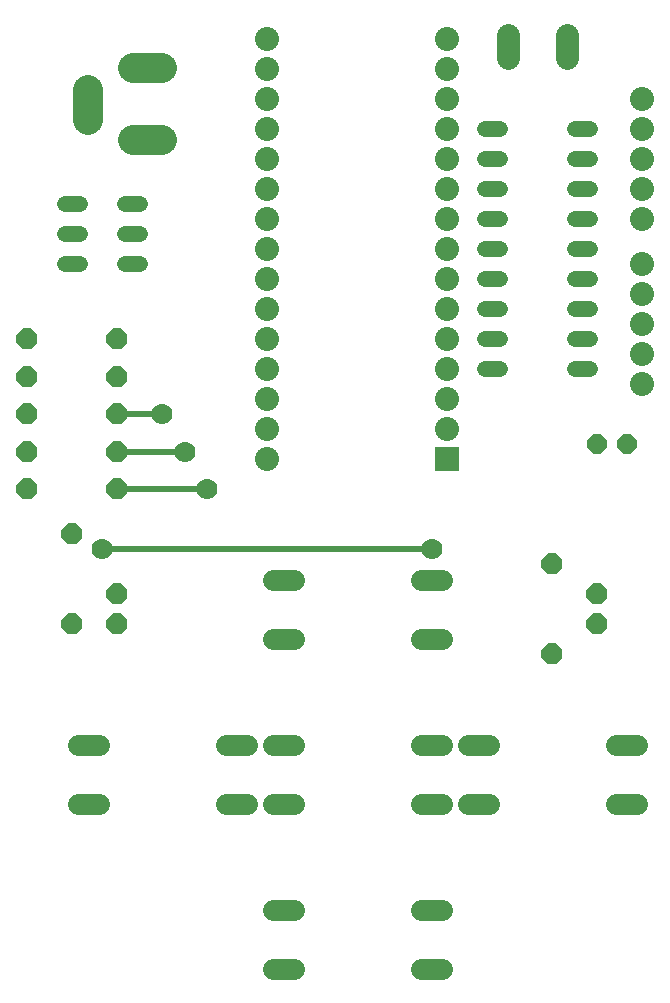
<source format=gbr>
G04 EAGLE Gerber RS-274X export*
G75*
%MOMM*%
%FSLAX34Y34*%
%LPD*%
%INTop Copper*%
%IPPOS*%
%AMOC8*
5,1,8,0,0,1.08239X$1,22.5*%
G01*
%ADD10P,1.759533X8X202.500000*%
%ADD11P,1.787026X8X202.500000*%
%ADD12C,1.320800*%
%ADD13P,1.924489X8X112.500000*%
%ADD14R,2.032000X2.032000*%
%ADD15C,2.032000*%
%ADD16P,1.924489X8X22.500000*%
%ADD17C,1.790700*%
%ADD18C,2.500000*%
%ADD19C,1.981200*%
%ADD20C,0.508000*%
%ADD21C,1.778000*%


D10*
X533400Y508000D03*
D11*
X508000Y508000D03*
D12*
X425704Y774700D02*
X412496Y774700D01*
X412496Y749300D02*
X425704Y749300D01*
X425704Y622300D02*
X412496Y622300D01*
X412496Y596900D02*
X425704Y596900D01*
X425704Y723900D02*
X412496Y723900D01*
X412496Y698500D02*
X425704Y698500D01*
X425704Y647700D02*
X412496Y647700D01*
X412496Y673100D02*
X425704Y673100D01*
X425704Y571500D02*
X412496Y571500D01*
X488696Y571500D02*
X501904Y571500D01*
X501904Y596900D02*
X488696Y596900D01*
X488696Y622300D02*
X501904Y622300D01*
X501904Y647700D02*
X488696Y647700D01*
X488696Y673100D02*
X501904Y673100D01*
X501904Y698500D02*
X488696Y698500D01*
X488696Y723900D02*
X501904Y723900D01*
X501904Y749300D02*
X488696Y749300D01*
X488696Y774700D02*
X501904Y774700D01*
D13*
X101600Y355600D03*
X101600Y381000D03*
X508000Y355600D03*
X508000Y381000D03*
D14*
X381000Y495300D03*
D15*
X381000Y520700D03*
X381000Y546100D03*
X381000Y571500D03*
X381000Y596900D03*
X381000Y622300D03*
X381000Y647700D03*
X381000Y673100D03*
X381000Y698500D03*
X381000Y723900D03*
X381000Y749300D03*
X381000Y774700D03*
X228600Y495300D03*
X228600Y520700D03*
X228600Y546100D03*
X228600Y571500D03*
X228600Y596900D03*
X228600Y622300D03*
X228600Y673100D03*
X228600Y698500D03*
X228600Y749300D03*
X228600Y774700D03*
X228600Y723900D03*
X228600Y647700D03*
X381000Y800100D03*
X381000Y825500D03*
X381000Y850900D03*
X228600Y800100D03*
X228600Y825500D03*
X228600Y850900D03*
D16*
X25400Y533400D03*
X101600Y533400D03*
D13*
X63500Y355600D03*
X63500Y431800D03*
X469900Y330200D03*
X469900Y406400D03*
D16*
X25400Y596900D03*
X101600Y596900D03*
X25400Y501650D03*
X101600Y501650D03*
X25400Y565150D03*
X101600Y565150D03*
X25400Y469900D03*
X101600Y469900D03*
D17*
X358331Y253492D02*
X376238Y253492D01*
X251270Y253492D02*
X233363Y253492D01*
X358331Y203708D02*
X376238Y203708D01*
X251270Y203708D02*
X233363Y203708D01*
X233363Y64008D02*
X251270Y64008D01*
X358331Y64008D02*
X376238Y64008D01*
X251270Y113792D02*
X233363Y113792D01*
X358331Y113792D02*
X376238Y113792D01*
X376238Y393192D02*
X358331Y393192D01*
X251270Y393192D02*
X233363Y393192D01*
X358331Y343408D02*
X376238Y343408D01*
X251270Y343408D02*
X233363Y343408D01*
X211138Y253492D02*
X193231Y253492D01*
X86170Y253492D02*
X68263Y253492D01*
X193231Y203708D02*
X211138Y203708D01*
X86170Y203708D02*
X68263Y203708D01*
X523431Y253492D02*
X541338Y253492D01*
X416370Y253492D02*
X398463Y253492D01*
X523431Y203708D02*
X541338Y203708D01*
X416370Y203708D02*
X398463Y203708D01*
D15*
X546100Y800100D03*
X546100Y774700D03*
X546100Y749300D03*
X546100Y723900D03*
X546100Y698500D03*
X546100Y660400D03*
X546100Y635000D03*
X546100Y609600D03*
X546100Y584200D03*
X546100Y558800D03*
D18*
X139500Y826700D02*
X114500Y826700D01*
X114500Y765200D02*
X139500Y765200D01*
X77000Y782700D02*
X77000Y807700D01*
D19*
X432054Y834644D02*
X432054Y854456D01*
X482346Y854456D02*
X482346Y834644D01*
D12*
X70104Y685800D02*
X56896Y685800D01*
X56896Y660400D02*
X70104Y660400D01*
X70104Y711200D02*
X56896Y711200D01*
X107696Y660400D02*
X120904Y660400D01*
X120904Y685800D02*
X107696Y685800D01*
X107696Y711200D02*
X120904Y711200D01*
D20*
X139700Y533400D02*
X101600Y533400D01*
D21*
X139700Y533400D03*
D20*
X177800Y469900D02*
X101600Y469900D01*
D21*
X177800Y469900D03*
D20*
X158750Y501650D02*
X101600Y501650D01*
D21*
X158750Y501650D03*
X88900Y419100D03*
D20*
X368300Y419100D01*
D21*
X368300Y419100D03*
M02*

</source>
